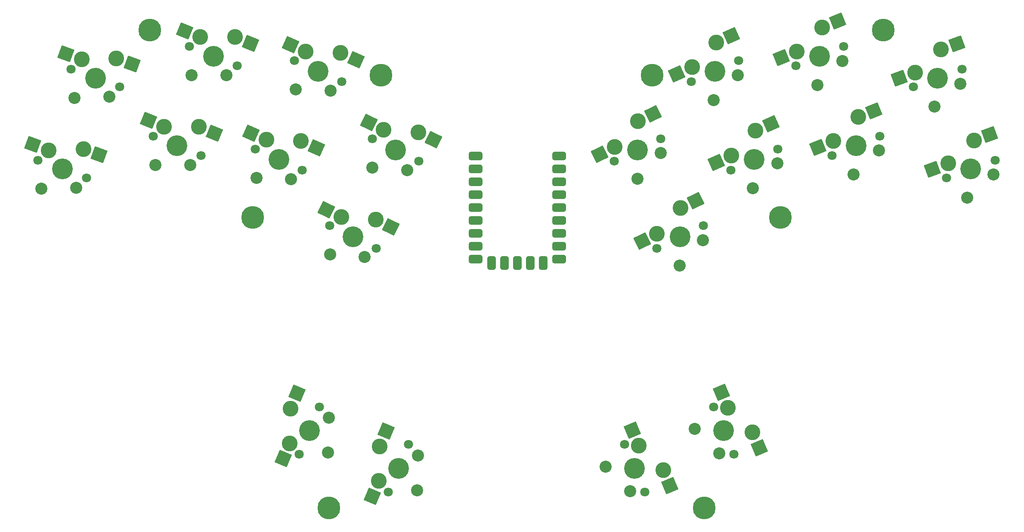
<source format=gbr>
%TF.GenerationSoftware,KiCad,Pcbnew,9.0.0*%
%TF.CreationDate,2025-02-20T21:39:48+01:00*%
%TF.ProjectId,chouchou_mx,63686f75-6368-46f7-955f-6d782e6b6963,v1.0.0*%
%TF.SameCoordinates,Original*%
%TF.FileFunction,Soldermask,Bot*%
%TF.FilePolarity,Negative*%
%FSLAX46Y46*%
G04 Gerber Fmt 4.6, Leading zero omitted, Abs format (unit mm)*
G04 Created by KiCad (PCBNEW 9.0.0) date 2025-02-20 21:39:48*
%MOMM*%
%LPD*%
G01*
G04 APERTURE LIST*
G04 Aperture macros list*
%AMRoundRect*
0 Rectangle with rounded corners*
0 $1 Rounding radius*
0 $2 $3 $4 $5 $6 $7 $8 $9 X,Y pos of 4 corners*
0 Add a 4 corners polygon primitive as box body*
4,1,4,$2,$3,$4,$5,$6,$7,$8,$9,$2,$3,0*
0 Add four circle primitives for the rounded corners*
1,1,$1+$1,$2,$3*
1,1,$1+$1,$4,$5*
1,1,$1+$1,$6,$7*
1,1,$1+$1,$8,$9*
0 Add four rect primitives between the rounded corners*
20,1,$1+$1,$2,$3,$4,$5,0*
20,1,$1+$1,$4,$5,$6,$7,0*
20,1,$1+$1,$6,$7,$8,$9,0*
20,1,$1+$1,$8,$9,$2,$3,0*%
G04 Aperture macros list end*
%ADD10C,1.801800*%
%ADD11C,3.100000*%
%ADD12C,4.087800*%
%ADD13RoundRect,0.050000X-1.648813X0.685230X-0.652449X-1.662058X1.648813X-0.685230X0.652449X1.662058X0*%
%ADD14C,2.386000*%
%ADD15C,0.800000*%
%ADD16C,4.500000*%
%ADD17RoundRect,0.050000X-1.693926X-0.564569X0.597998X-1.682416X1.693926X0.564569X-0.597998X1.682416X0*%
%ADD18RoundRect,0.425000X-0.925000X-0.425000X0.925000X-0.425000X0.925000X0.425000X-0.925000X0.425000X0*%
%ADD19RoundRect,0.425050X-0.924950X-0.425050X0.924950X-0.425050X0.924950X0.425050X-0.924950X0.425050X0*%
%ADD20RoundRect,0.425000X-0.425000X-0.925000X0.425000X-0.925000X0.425000X0.925000X-0.425000X0.925000X0*%
%ADD21RoundRect,0.418700X-0.418700X-0.931300X0.418700X-0.931300X0.418700X0.931300X-0.418700X0.931300X0*%
%ADD22RoundRect,0.050000X-0.713901X-1.636603X1.650418X-0.681356X0.713901X1.636603X-1.650418X0.681356X0*%
%ADD23RoundRect,0.050000X-0.770583X-1.610691X1.625633X-0.738540X0.770583X1.610691X-1.625633X0.738540X0*%
%ADD24RoundRect,0.050000X-1.673191X-0.623343X0.656350X-1.660521X1.673191X0.623343X-0.656350X1.660521X0*%
%ADD25RoundRect,0.050000X0.652449X-1.662058X1.648813X0.685230X-0.652449X1.662058X-1.648813X-0.685230X0*%
%ADD26RoundRect,0.050000X-1.650418X-0.681356X0.713901X-1.636603X1.650418X0.681356X-0.713901X1.636603X0*%
%ADD27RoundRect,0.050000X-1.625633X-0.738540X0.770583X-1.610691X1.625633X0.738540X-0.770583X1.610691X0*%
%ADD28RoundRect,0.050000X-0.597998X-1.682416X1.693926X-0.564569X0.597998X1.682416X-1.693926X0.564569X0*%
%ADD29RoundRect,0.050000X-0.656350X-1.660521X1.673191X-0.623343X0.656350X1.660521X-1.673191X0.623343X0*%
G04 APERTURE END LIST*
D10*
%TO.C,S20*%
X147178886Y-190901735D03*
D11*
X150013197Y-191078319D03*
D12*
X149163800Y-195577900D03*
D11*
X154832422Y-195931068D03*
D10*
X151148714Y-200254065D03*
D13*
X148733552Y-188063666D03*
X156122616Y-198970575D03*
%TD*%
D10*
%TO.C,S30*%
X104702414Y-190901735D03*
D12*
X102717500Y-195577900D03*
D10*
X100732586Y-200254065D03*
D14*
X106401208Y-199900896D03*
X106544268Y-193063234D03*
%TD*%
D10*
%TO.C,S24*%
X71018094Y-116287101D03*
D12*
X66308000Y-114384100D03*
D10*
X61597906Y-112481099D03*
D14*
X62049952Y-118142693D03*
X68889070Y-118166398D03*
%TD*%
D15*
%TO.C,_1*%
X52217707Y-108684567D03*
X53070880Y-107753492D03*
X52272792Y-109946220D03*
X54332533Y-107698407D03*
D16*
X53768200Y-109248900D03*
D15*
X53203867Y-110799393D03*
X55263608Y-108551580D03*
X54465520Y-110744308D03*
X55318693Y-109813233D03*
%TD*%
D10*
%TO.C,S7*%
X89211226Y-147767675D03*
D11*
X91466157Y-146041469D03*
D12*
X93777100Y-149994600D03*
D11*
X98286962Y-146542189D03*
D10*
X98342974Y-152221525D03*
D17*
X88522607Y-144605804D03*
X101254780Y-147989690D03*
%TD*%
D18*
%TO.C,RP2040Zero1*%
X134320600Y-134012600D03*
X134320600Y-134012600D03*
X134320600Y-136552600D03*
X134320600Y-136552600D03*
X134320600Y-139092600D03*
X134320600Y-139092600D03*
X134320600Y-141632600D03*
X134320600Y-141632600D03*
X134320600Y-144172600D03*
X134320600Y-144172600D03*
D19*
X134320600Y-146712600D03*
X134320600Y-146712600D03*
X134320600Y-149252600D03*
X134320600Y-149252600D03*
X134320600Y-151792600D03*
X134320600Y-151792600D03*
X134320600Y-154332600D03*
X134320600Y-154332600D03*
D20*
X131180600Y-155142600D03*
X131180600Y-155142600D03*
D21*
X128640600Y-155142600D03*
X128640600Y-155142600D03*
X126100600Y-155142600D03*
X126100600Y-155142600D03*
X123560600Y-155142600D03*
X123560600Y-155142600D03*
X121020600Y-155142600D03*
X121020600Y-155142600D03*
D19*
X117880600Y-154332600D03*
X117880600Y-154332600D03*
X117880600Y-151792600D03*
X117880600Y-151792600D03*
X117880600Y-149252600D03*
X117880600Y-149252600D03*
X117880600Y-146712600D03*
X117880600Y-146712600D03*
X117880600Y-134012600D03*
X117880600Y-134012600D03*
X117880600Y-136552600D03*
X117880600Y-136552600D03*
X117880600Y-139092600D03*
X117880600Y-139092600D03*
X117880600Y-144172600D03*
X117880600Y-144172600D03*
X117880600Y-141632600D03*
X117880600Y-141632600D03*
%TD*%
D10*
%TO.C,S14*%
X180863106Y-116287101D03*
D11*
X181089129Y-113456304D03*
D12*
X185573200Y-114384100D03*
D11*
X186025245Y-108722505D03*
D10*
X190283294Y-112481099D03*
D22*
X178052602Y-114683141D03*
X189086807Y-107485554D03*
%TD*%
D10*
%TO.C,S36*%
X169602511Y-115265278D03*
D12*
X164961700Y-117331500D03*
D10*
X160320889Y-119397722D03*
D14*
X164707517Y-123005422D03*
X169475419Y-118102239D03*
%TD*%
D10*
%TO.C,S22*%
X47891639Y-120438862D03*
D12*
X43118000Y-118701400D03*
D10*
X38344361Y-116963938D03*
D14*
X38993717Y-122606307D03*
X45829498Y-122391316D03*
%TD*%
D10*
%TO.C,S13*%
X187999406Y-133949901D03*
D11*
X188225429Y-131119104D03*
D12*
X192709500Y-132046900D03*
D11*
X193161545Y-126385305D03*
D10*
X197419594Y-130143899D03*
D22*
X185188902Y-132345941D03*
X196223107Y-125148354D03*
%TD*%
D10*
%TO.C,S12*%
X203989561Y-120438862D03*
D11*
X204314240Y-117617677D03*
D12*
X208763200Y-118701400D03*
D11*
X209412557Y-113059030D03*
D10*
X213536839Y-116963938D03*
D23*
X201236748Y-118737793D03*
X212515422Y-111929680D03*
%TD*%
D10*
%TO.C,S5*%
X74530389Y-132668378D03*
D11*
X76723703Y-130864528D03*
D12*
X79171200Y-134734600D03*
D11*
X83557828Y-131126900D03*
D10*
X83812011Y-136800822D03*
D24*
X73731842Y-129532465D03*
X86574355Y-132469945D03*
%TD*%
D10*
%TO.C,S27*%
X98342974Y-152221525D03*
D12*
X93777100Y-149994600D03*
D10*
X89211226Y-147767675D03*
D14*
X89267238Y-153447011D03*
X96088043Y-153947731D03*
%TD*%
D10*
%TO.C,S38*%
X154318974Y-130645675D03*
D12*
X149753100Y-132872600D03*
D10*
X145187226Y-135099525D03*
D14*
X149697089Y-138551936D03*
X154290968Y-133485343D03*
%TD*%
D10*
%TO.C,S10*%
X100732586Y-200254065D03*
D11*
X98890732Y-198092566D03*
D12*
X102717500Y-195577900D03*
D11*
X99033792Y-191254904D03*
D10*
X104702414Y-190901735D03*
D25*
X97611088Y-201107220D03*
X100323988Y-188215397D03*
%TD*%
D10*
%TO.C,S37*%
X162669974Y-147767675D03*
D12*
X158104100Y-149994600D03*
D10*
X153538226Y-152221525D03*
D14*
X158048089Y-155673936D03*
X162641968Y-150607343D03*
%TD*%
D15*
%TO.C,_5*%
X97748990Y-117385588D03*
X97671895Y-118646086D03*
X98694814Y-116548795D03*
X99955312Y-116625890D03*
D16*
X99232000Y-118108900D03*
D15*
X98508688Y-119591910D03*
X99769186Y-119669005D03*
X100792105Y-117571714D03*
X100715010Y-118832212D03*
%TD*%
D10*
%TO.C,S25*%
X83812011Y-136800822D03*
D12*
X79171200Y-134734600D03*
D10*
X74530389Y-132668378D03*
D14*
X74784572Y-138342300D03*
X81618697Y-138604672D03*
%TD*%
D10*
%TO.C,S19*%
X164714486Y-183458335D03*
D11*
X167548797Y-183634919D03*
D12*
X166699400Y-188134500D03*
D11*
X172368022Y-188487668D03*
D10*
X168684314Y-192810665D03*
D13*
X166269152Y-180620266D03*
X173658216Y-191527175D03*
%TD*%
D10*
%TO.C,S26*%
X91560411Y-119397722D03*
D12*
X86919600Y-117331500D03*
D10*
X82278789Y-115265278D03*
D14*
X82532972Y-120939200D03*
X89367097Y-121201572D03*
%TD*%
D10*
%TO.C,S34*%
X190283294Y-112481099D03*
D12*
X185573200Y-114384100D03*
D10*
X180863106Y-116287101D03*
D14*
X185121155Y-120045695D03*
X190057271Y-115311896D03*
%TD*%
D15*
%TO.C,_2*%
X196562507Y-109813233D03*
X196617592Y-108551580D03*
X197415680Y-110744308D03*
X197548667Y-107698407D03*
D16*
X198113000Y-109248900D03*
D15*
X198677333Y-110799393D03*
X198810320Y-107753492D03*
X199608408Y-109946220D03*
X199663493Y-108684567D03*
%TD*%
D10*
%TO.C,S33*%
X197419594Y-130143899D03*
D12*
X192709500Y-132046900D03*
D10*
X187999406Y-133949901D03*
D14*
X192257455Y-137708495D03*
X197193571Y-132974696D03*
%TD*%
D10*
%TO.C,S39*%
X168684314Y-192810665D03*
D12*
X166699400Y-188134500D03*
D10*
X164714486Y-183458335D03*
D14*
X161030778Y-187781332D03*
X165850003Y-192634081D03*
%TD*%
D10*
%TO.C,S35*%
X177350811Y-132668378D03*
D12*
X172710000Y-134734600D03*
D10*
X168069189Y-136800822D03*
D14*
X172455817Y-140408522D03*
X177223719Y-135505339D03*
%TD*%
D10*
%TO.C,S4*%
X61597906Y-112481099D03*
D11*
X63726930Y-110601802D03*
D12*
X66308000Y-114384100D03*
D11*
X70566048Y-110625507D03*
D10*
X71018094Y-116287101D03*
D26*
X60690403Y-109374965D03*
X73627610Y-111862458D03*
%TD*%
D10*
%TO.C,S31*%
X220052339Y-134865038D03*
D12*
X215278700Y-136602500D03*
D10*
X210505061Y-138339962D03*
D14*
X214629343Y-142244870D03*
X219727660Y-137686223D03*
%TD*%
D10*
%TO.C,S11*%
X210505061Y-138339962D03*
D11*
X210829740Y-135518777D03*
D12*
X215278700Y-136602500D03*
D11*
X215928057Y-130960130D03*
D10*
X220052339Y-134865038D03*
D23*
X207752248Y-136638893D03*
X219030922Y-129830780D03*
%TD*%
D10*
%TO.C,S1*%
X31828861Y-134865038D03*
D11*
X33891002Y-132912584D03*
D12*
X36602500Y-136602500D03*
D11*
X40726783Y-132697593D03*
D10*
X41376139Y-138339962D03*
D27*
X30813509Y-131792468D03*
X43829647Y-133826943D03*
%TD*%
D15*
%TO.C,_3*%
X72569450Y-145505585D03*
X73485493Y-144636293D03*
X72536393Y-146768007D03*
X74747915Y-144669350D03*
D16*
X74076800Y-146176700D03*
D15*
X73405685Y-147684050D03*
X75617207Y-145585393D03*
X74668107Y-147717107D03*
X75584150Y-146847815D03*
%TD*%
D10*
%TO.C,S18*%
X145187226Y-135099525D03*
D11*
X145215232Y-132259857D03*
D12*
X149753100Y-132872600D03*
D11*
X149809111Y-127193264D03*
D10*
X154318974Y-130645675D03*
D28*
X142271681Y-133695523D03*
X152776929Y-125745762D03*
%TD*%
D10*
%TO.C,S40*%
X151148714Y-200254065D03*
D12*
X149163800Y-195577900D03*
D10*
X147178886Y-190901735D03*
D14*
X143495178Y-195224732D03*
X148314403Y-200077481D03*
%TD*%
D10*
%TO.C,S2*%
X38344361Y-116963938D03*
D11*
X40406502Y-115011484D03*
D12*
X43118000Y-118701400D03*
D11*
X47242283Y-114796493D03*
D10*
X47891639Y-120438862D03*
D27*
X37329009Y-113891368D03*
X50345147Y-115925843D03*
%TD*%
D15*
%TO.C,_8*%
X162180794Y-201866667D03*
X163443601Y-201855647D03*
X161295647Y-202767399D03*
X164344333Y-202740794D03*
D16*
X162825500Y-203385500D03*
D15*
X161306667Y-204030206D03*
X164355353Y-204003601D03*
X162207399Y-204915353D03*
X163470206Y-204904333D03*
%TD*%
D10*
%TO.C,S21*%
X41376139Y-138339962D03*
D12*
X36602500Y-136602500D03*
D10*
X31828861Y-134865038D03*
D14*
X32478217Y-140507407D03*
X39313998Y-140292416D03*
%TD*%
D15*
%TO.C,_4*%
X176297050Y-146847815D03*
X176263993Y-145585393D03*
X177213093Y-147717107D03*
X177133285Y-144669350D03*
D16*
X177804400Y-146176700D03*
D15*
X178475515Y-147684050D03*
X178395707Y-144636293D03*
X179344807Y-146768007D03*
X179311750Y-145505585D03*
%TD*%
D10*
%TO.C,S15*%
X168069189Y-136800822D03*
D11*
X168196281Y-133963861D03*
D12*
X172710000Y-134734600D03*
D11*
X172964183Y-129060678D03*
D10*
X177350811Y-132668378D03*
D29*
X165204419Y-135295924D03*
X175980710Y-127717634D03*
%TD*%
D10*
%TO.C,S32*%
X213536839Y-116963938D03*
D12*
X208763200Y-118701400D03*
D10*
X203989561Y-120438862D03*
D14*
X208113843Y-124343770D03*
X213212160Y-119785123D03*
%TD*%
D10*
%TO.C,S16*%
X160320889Y-119397722D03*
D11*
X160447981Y-116560761D03*
D12*
X164961700Y-117331500D03*
D11*
X165215883Y-111657578D03*
D10*
X169602511Y-115265278D03*
D29*
X157456119Y-117892824D03*
X168232410Y-110314534D03*
%TD*%
D10*
%TO.C,S17*%
X153538226Y-152221525D03*
D11*
X153566232Y-149381857D03*
D12*
X158104100Y-149994600D03*
D11*
X158160111Y-144315264D03*
D10*
X162669974Y-147767675D03*
D28*
X150622681Y-150817523D03*
X161127929Y-142867762D03*
%TD*%
D15*
%TO.C,_6*%
X151166190Y-118832212D03*
X151089095Y-117571714D03*
X152112014Y-119669005D03*
X151925888Y-116625890D03*
D16*
X152649200Y-118108900D03*
D15*
X153372512Y-119591910D03*
X153186386Y-116548795D03*
X154209305Y-118646086D03*
X154132210Y-117385588D03*
%TD*%
D10*
%TO.C,S28*%
X106693974Y-135099525D03*
D12*
X102128100Y-132872600D03*
D10*
X97562226Y-130645675D03*
D14*
X97618238Y-136325011D03*
X104439043Y-136825731D03*
%TD*%
D10*
%TO.C,S3*%
X54461606Y-130143899D03*
D11*
X56590630Y-128264602D03*
D12*
X59171700Y-132046900D03*
D11*
X63429748Y-128288307D03*
D10*
X63881794Y-133949901D03*
D26*
X53554103Y-127037765D03*
X66491310Y-129525258D03*
%TD*%
D10*
%TO.C,S23*%
X63881794Y-133949901D03*
D12*
X59171700Y-132046900D03*
D10*
X54461606Y-130143899D03*
D14*
X54913652Y-135805493D03*
X61752770Y-135829198D03*
%TD*%
D15*
%TO.C,_7*%
X88410994Y-204904333D03*
X87525847Y-204003601D03*
X89673801Y-204915353D03*
X87536867Y-202740794D03*
D16*
X89055700Y-203385500D03*
D15*
X90574533Y-204030206D03*
X88437599Y-201855647D03*
X90585553Y-202767399D03*
X89700406Y-201866667D03*
%TD*%
D10*
%TO.C,S8*%
X97562226Y-130645675D03*
D11*
X99817157Y-128919469D03*
D12*
X102128100Y-132872600D03*
D11*
X106637962Y-129420189D03*
D10*
X106693974Y-135099525D03*
D17*
X96873607Y-127483804D03*
X109605780Y-130867690D03*
%TD*%
D10*
%TO.C,S6*%
X82278789Y-115265278D03*
D11*
X84472103Y-113461428D03*
D12*
X86919600Y-117331500D03*
D11*
X91306228Y-113723800D03*
D10*
X91560411Y-119397722D03*
D24*
X81480242Y-112129365D03*
X94322755Y-115066845D03*
%TD*%
D10*
%TO.C,S9*%
X83196886Y-192810665D03*
D11*
X81355032Y-190649166D03*
D12*
X85181800Y-188134500D03*
D11*
X81498092Y-183811504D03*
D10*
X87166714Y-183458335D03*
D25*
X80075388Y-193663820D03*
X82788288Y-180771997D03*
%TD*%
D10*
%TO.C,S29*%
X87166714Y-183458335D03*
D12*
X85181800Y-188134500D03*
D10*
X83196886Y-192810665D03*
D14*
X88865508Y-192457496D03*
X89008568Y-185619834D03*
%TD*%
M02*

</source>
